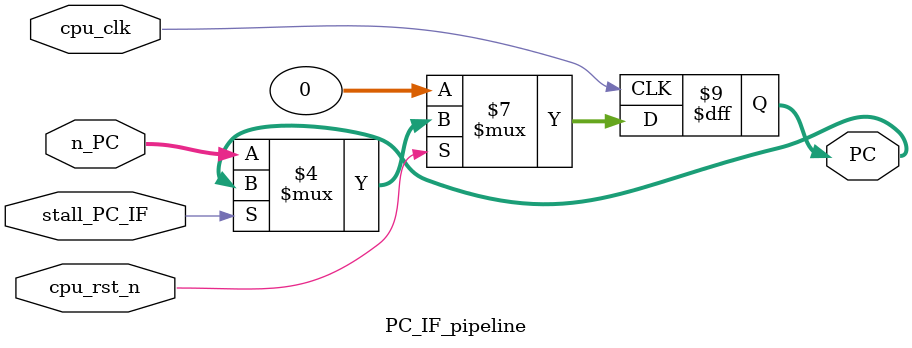
<source format=v>
module PC_IF_pipeline #(
    parameter INST_WIDTH = 32,
    parameter INST_ADDR_WIDTH = 32
)(
    input wire cpu_clk,
    input wire cpu_rst_n,
    input wire stall_PC_IF,
    input wire [INST_ADDR_WIDTH-1:0] n_PC,
    output reg [INST_ADDR_WIDTH-1:0] PC
);
always @(posedge cpu_clk) begin
    if(!cpu_rst_n)begin
        PC <= 0;
    end else begin
        if(stall_PC_IF)
            PC <= PC;
        else
            PC <= n_PC;
    end
end
endmodule
</source>
